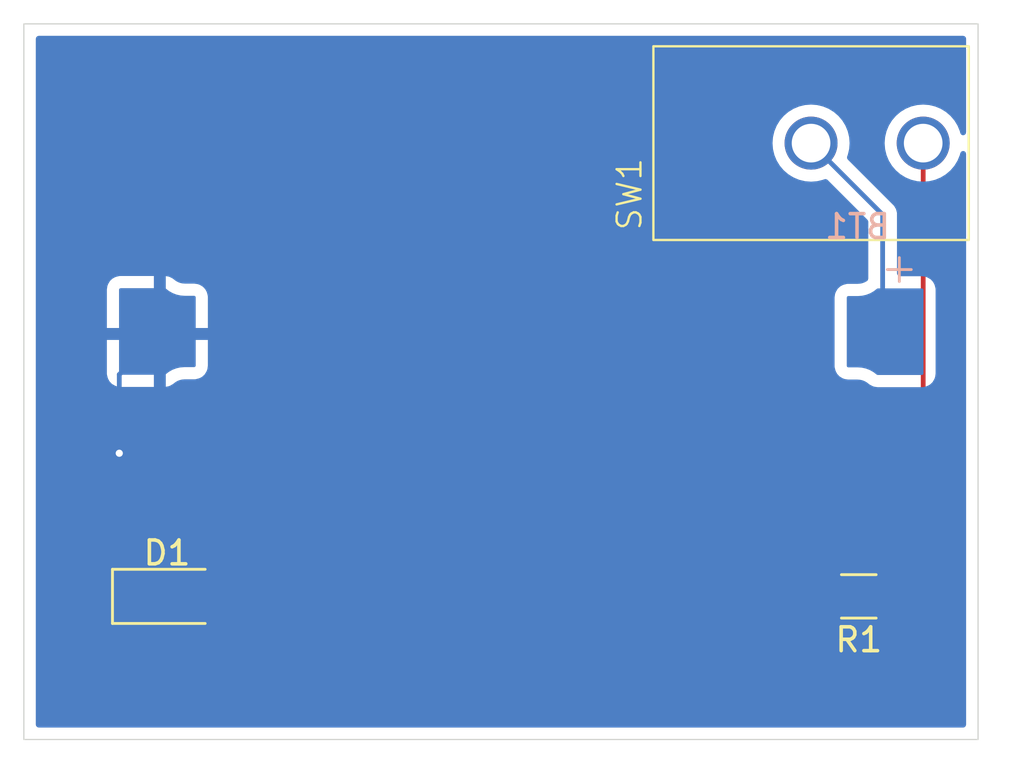
<source format=kicad_pcb>
(kicad_pcb (version 20240108) (generator "pcbnew") (generator_version "8.0")
  (title_block (title "Getting Started in KiCad 8.0") (date "2024-10-01"))
  (layers (0 "F.Cu" signal) (31 "B.Cu" signal) (34 "B.Paste" user) (35 "F.Paste" user) (36 "B.SilkS" user "B.Silkscreen") (37 "F.SilkS" user "F.Silkscreen") (38 "B.Mask" user) (39 "F.Mask" user) (44 "Edge.Cuts" user))
  (net 0 "")
  (net 1 "VCC")
  (net 2 "GND")
  (net 3 "/led")
  (net 4 "Net-(BT1-+)")
  (footprint "getting-started:Switch_Toggle_SPST_NKK_M2011S3A1x03" (layer "F.Cu") (at 158.3 85 90)
    (property "Reference" "SW1" (at -2.14 -2.91 90) (layer "F.SilkS") (effects (font (thickness 0.1))))
    (property "Value" "M2011S3A1W03")
    (fp_rect (start -4.06 -1.91) (end 4.06 11.31) (stroke (width 0.1)) (fill none) (layer "F.SilkS"))
    (pad "2" thru_hole circle (at 0 4.7 90) (size 2.22 2.22) (drill 1.62) (layers "*.Cu" "*.Mask") (net 4 "Net-(BT1-+)"))
    (pad "3" thru_hole circle (at 0 9.4 90) (size 2.22 2.22) (drill 1.62) (layers "*.Cu" "*.Mask") (net 1 "VCC"))
  )
  (footprint "LED_SMD:LED_1206_3216Metric" (layer "F.Cu") (at 136 104)
    (property "Reference" "D1" (at 0 -1.82 0) (layer "F.SilkS"))
    (property "Value" "red")
    (fp_line (start -2.285 -1.135) (end -2.285 1.135) (stroke (width 0.12)) (layer "F.SilkS"))
    (fp_line (start -2.285 1.135) (end 1.6 1.135) (stroke (width 0.12)) (layer "F.SilkS"))
    (fp_line (start 1.6 -1.135) (end -2.285 -1.135) (stroke (width 0.12)) (layer "F.SilkS"))
    (pad "1" smd roundrect (at -1.4 0) (size 1.25 1.75) (layers "F.Cu" "F.Paste" "F.Mask") (roundrect_rratio 0.2) (net 2 "GND"))
    (pad "2" smd roundrect (at 1.4 0) (size 1.25 1.75) (layers "F.Cu" "F.Paste" "F.Mask") (roundrect_rratio 0.2) (net 3 "/led"))
  )
  (footprint "Resistor_SMD:R_1206_3216Metric" (layer "F.Cu") (at 165 104 180)
    (property "Reference" "R1" (at 0 -1.82 0) (layer "F.SilkS"))
    (property "Value" "1k")
    (fp_line (start -0.727064 0.91) (end 0.727064 0.91) (stroke (width 0.12)) (layer "F.SilkS"))
    (fp_line (start -0.727064 -0.91) (end 0.727064 -0.91) (stroke (width 0.12)) (layer "F.SilkS"))
    (pad "1" smd roundrect (at -1.4625 0 180) (size 1.125 1.75) (layers "F.Cu" "F.Paste" "F.Mask") (roundrect_rratio 0.222222) (net 1 "VCC"))
    (pad "2" smd roundrect (at 1.4625 0 180) (size 1.125 1.75) (layers "F.Cu" "F.Paste" "F.Mask") (roundrect_rratio 0.222222) (net 3 "/led"))
  )
  (footprint "Battery:BatteryHolder_Keystone_1057_1x2032" (layer "B.Cu") (at 150.85 92.9 180)
    (property "Reference" "BT1" (at -14.1 4.4 0) (layer "B.SilkS") (effects (justify mirror)))
    (property "Value" "3V")
    (fp_line (start -15.85 2.1) (end -15.85 3.1) (stroke (width 0.12)) (layer "B.SilkS"))
    (fp_line (start -16.35 2.6) (end -15.35 2.6) (stroke (width 0.12)) (layer "B.SilkS"))
    (pad "1" smd custom (at -15.15 0.1 180) (size 1 1) (layers "B.Cu" "B.Paste" "B.Mask") (net 4 "Net-(BT1-+)") (options (clearance outline) (anchor rect)) (primitives (gr_poly (pts (xy 0.2 1.65) (xy 0.271537 1.594563) (xy 0.343074 1.539127) (xy 0.500662 1.450081) (xy 0.58506 1.417404) (xy 0.669458 1.384728) (xy 0.757691 1.364583) (xy 0.845923 1.344438) (xy 1.026357 1.330056) (xy 1.235196 1.330056) (xy 1.444035 1.330057) (xy 1.444034 -1.539942) (xy 1.044035 -1.539967) (xy 0.86174 -1.553331) (xy 0.683343 -1.593137) (xy 0.512659 -1.658535) (xy 0.353336 -1.748125) (xy 0.28106 -1.804058) (xy 0.208783 -1.859992) (xy -1.65 -1.859992) (xy -1.65 1.650007)) (width 0.12) (fill yes))))
    (pad "2" smd custom (at 15.15 -0.1) (size 1 1) (layers "B.Cu" "B.Paste" "B.Mask") (net 2 "GND") (options (clearance outline) (anchor rect)) (primitives (gr_poly (pts (xy 0.2 1.65) (xy 0.271537 1.594563) (xy 0.343074 1.539127) (xy 0.500662 1.450081) (xy 0.58506 1.417404) (xy 0.669458 1.384728) (xy 0.757691 1.364583) (xy 0.845923 1.344438) (xy 1.026357 1.330056) (xy 1.235196 1.330056) (xy 1.444035 1.330057) (xy 1.444034 -1.539942) (xy 1.044035 -1.539967) (xy 0.86174 -1.553331) (xy 0.683343 -1.593137) (xy 0.512659 -1.658535) (xy 0.353336 -1.748125) (xy 0.28106 -1.804058) (xy 0.208783 -1.859992) (xy -1.65 -1.859992) (xy -1.65 1.650007)) (width 0.12) (fill yes))))
  )
  (gr_rect (start 130 80) (end 170 110) (stroke (width 0.05)) (fill none) (layer "Edge.Cuts"))
  (segment (start 167.7 102.7625) (end 166.4625 104) (width 0.2) (layer "F.Cu") (net 1))
  (segment (start 167.7 85) (end 167.7 102.7625) (width 0.2) (layer "F.Cu") (net 1))
  (segment (start 134.6 98.6) (end 134 98) (width 0.2) (layer "F.Cu") (net 2))
  (segment (start 134.6 104) (end 134.6 98.6) (width 0.2) (layer "F.Cu") (net 2))
  (via (at 134 98) (size 0.6) (drill 0.3) (layers "F.Cu" "B.Cu") (net 2))
  (segment (start 134 98) (end 134 94.7) (width 0.2) (layer "B.Cu") (net 2))
  (segment (start 134 94.7) (end 135.7 93) (width 0.2) (layer "B.Cu") (net 2))
  (segment (start 162 107) (end 163.5375 105.4625) (width 0.2) (layer "F.Cu") (net 3))
  (segment (start 139 108) (end 162 108) (width 0.2) (layer "F.Cu") (net 3))
  (segment (start 137.4 106.4) (end 139 108) (width 0.2) (layer "F.Cu") (net 3))
  (segment (start 137.4 104) (end 137.4 106.4) (width 0.2) (layer "F.Cu") (net 3))
  (segment (start 163.5375 105.4625) (end 163.5375 104) (width 0.2) (layer "F.Cu") (net 3))
  (segment (start 162 108) (end 162 107) (width 0.2) (layer "F.Cu") (net 3))
  (segment (start 166 88) (end 163 85) (width 0.2) (layer "B.Cu") (net 4))
  (segment (start 166 92.8) (end 166 88) (width 0.2) (layer "B.Cu") (net 4))
  (segment (start 167 93.8) (end 166 92.8) (width 0.2) (layer "B.Cu") (net 4))
  (zone (net 2) (net_name "GND") (layer "B.Cu") (connect_pads (clearance 0.5)) (min_thickness 0.25) (fill yes (thermal_gap 0.5) (thermal_bridge_width 0.5))
    (polygon (pts (xy 129 79) (xy 129 111) (xy 171 111) (xy 171 79)))
  )
)
</source>
